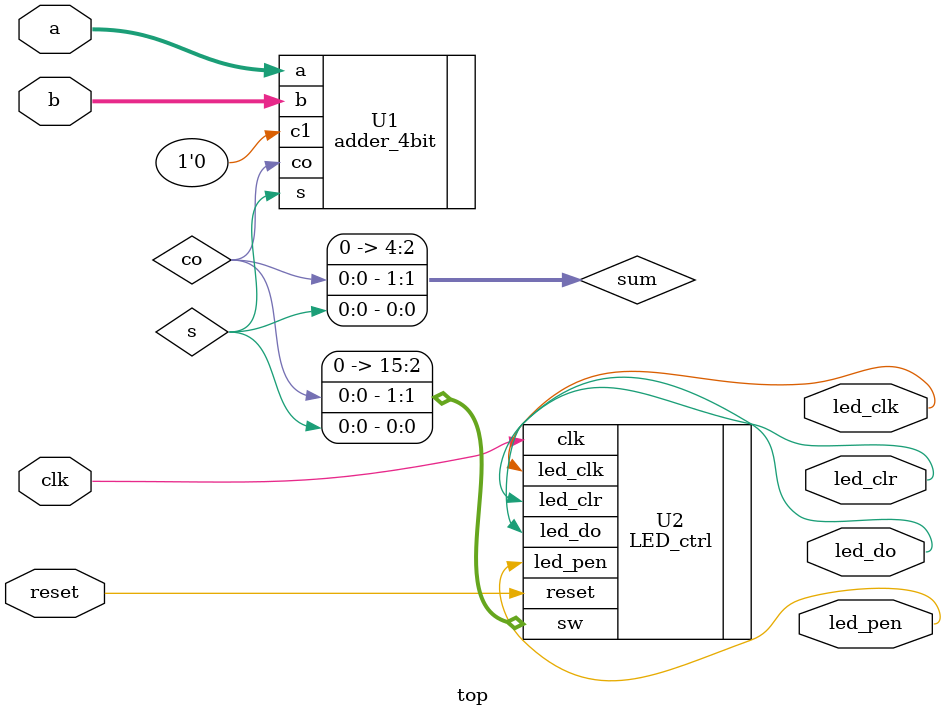
<source format=v>
module top(
    input [3:0] a,
    input [3:0] b,
    input clk,
    input reset,
    output led_clk,
    output led_do,
    output led_clr,
    output led_pen
);
wire [3:0] a;
wire co;
wire [4:0] sum;
assign sum = {co,s};
adder_4bit U1(
    .a(a),
    .b(b),
    .c1(1'b0),
    .s(s),
    .co(co)
);
LED_ctrl U2(
    .sw({11'b0,sum}),
    .clk(clk),
    .reset(reset),
    .led_do(led_do),
    .led_pen(led_pen),
    .led_clk(led_clk),
    .led_clr(led_clr)
);

endmodule
</source>
